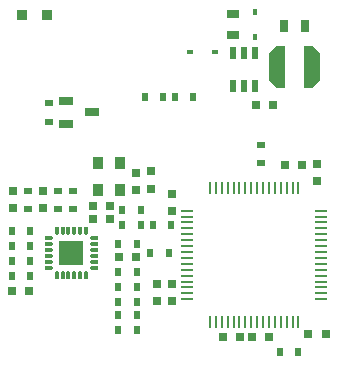
<source format=gbr>
G04 --- HEADER BEGIN --- *
G04 #@! TF.GenerationSoftware,LibrePCB,LibrePCB,1.0.1-unstable*
G04 #@! TF.CreationDate,2023-09-17T23:29:36*
G04 #@! TF.ProjectId,d0-reader,9220702f-a48e-4216-8865-87f6ea8ca353,v1*
G04 #@! TF.Part,Single*
G04 #@! TF.SameCoordinates*
G04 #@! TF.FileFunction,Paste,Bot*
G04 #@! TF.FilePolarity,Positive*
%FSLAX66Y66*%
%MOMM*%
G01*
G75*
G04 --- HEADER END --- *
G04 --- APERTURE LIST BEGIN --- *
%ADD10R,0.6X0.65*%
%ADD11R,0.69X0.64*%
%ADD12R,0.65X0.6*%
%ADD13R,0.64X0.69*%
%ADD14R,1.2X0.8*%
%AMOUTLINE15*4,1,6,-0.65,1.8,0.037868,1.8,0.65,1.187868,0.65,-1.187868,0.037868,-1.8,-0.65,-1.8,-0.65,1.8,180.0*%
%ADD15OUTLINE15*%
%AMOUTLINE16*4,1,6,-0.65,1.8,0.037868,1.8,0.65,1.187868,0.65,-1.187868,0.037868,-1.8,-0.65,-1.8,-0.65,1.8,0.0*%
%ADD16OUTLINE16*%
%ADD17R,0.96X0.96*%
%ADD18R,0.36X0.51*%
%AMROUNDEDRECT19*20,1,0.16,-0.45,0.0,0.45,0.0,0.0*20,1,0.1,-0.48,0.0,0.48,0.0,0.0*1,1,0.06,-0.45,0.05*1,1,0.06,0.45,0.05*1,1,0.06,0.45,-0.05*1,1,0.06,-0.45,-0.05*%
%ADD19ROUNDEDRECT19*%
%AMROUNDEDRECT20*20,1,0.16,-0.45,0.0,0.45,0.0,90.0*20,1,0.1,-0.48,0.0,0.48,0.0,90.0*1,1,0.06,-0.05,-0.45*1,1,0.06,-0.05,0.45*1,1,0.06,0.05,0.45*1,1,0.06,0.05,-0.45*%
%ADD20ROUNDEDRECT20*%
%ADD21R,0.88X1.08*%
%ADD22R,1.06X0.76*%
%ADD23R,0.51X0.36*%
%AMOUTLINE24*4,1,9,-0.275,-0.121244,-0.326244,-0.07,-0.345,0.0,-0.326244,0.07,-0.275,0.121244,-0.205,0.14,0.345,0.14,0.345,-0.14,-0.205,-0.14,-0.275,-0.121244,0.0*%
%ADD24OUTLINE24*%
%AMOUTLINE25*4,1,9,-0.275,-0.121244,-0.326244,-0.07,-0.345,0.0,-0.326244,0.07,-0.275,0.121244,-0.205,0.14,0.345,0.14,0.345,-0.14,-0.205,-0.14,-0.275,-0.121244,90.0*%
%ADD25OUTLINE25*%
%AMOUTLINE26*4,1,9,-0.275,-0.121244,-0.326244,-0.07,-0.345,0.0,-0.326244,0.07,-0.275,0.121244,-0.205,0.14,0.345,0.14,0.345,-0.14,-0.205,-0.14,-0.275,-0.121244,270.0*%
%ADD26OUTLINE26*%
%AMOUTLINE27*4,1,9,-0.275,-0.121244,-0.326244,-0.07,-0.345,0.0,-0.326244,0.07,-0.275,0.121244,-0.205,0.14,0.345,0.14,0.345,-0.14,-0.205,-0.14,-0.275,-0.121244,180.0*%
%ADD27OUTLINE27*%
%ADD28R,2.0X2.0*%
%ADD29R,0.48X0.98*%
%ADD30R,0.76X1.06*%
G04 --- APERTURE LIST END --- *
G04 --- BOARD BEGIN --- *
D10*
G04 #@! TO.C,R21*
X-2717500Y-15875000D03*
X-4267500Y-15875000D03*
D11*
G04 #@! TO.C,C14*
X-4990000Y-7778750D03*
X-6440000Y-7778750D03*
D12*
G04 #@! TO.C,R4*
X-11906250Y-5336875D03*
X-11906250Y-6886875D03*
D13*
G04 #@! TO.C,C8*
X-2778125Y-5328750D03*
X-2778125Y-3878750D03*
D14*
G04 #@! TO.C,Q1*
X-8720000Y2220000D03*
X-6520000Y1270000D03*
X-8720000Y320000D03*
D10*
G04 #@! TO.C,R20*
X-2717500Y-14763750D03*
X-4267500Y-14763750D03*
G04 #@! TO.C,R11*
X-4267500Y-17145000D03*
X-2717500Y-17145000D03*
D15*
G04 #@! TO.C,L3*
X9186250Y5080000D03*
D16*
X12086250Y5080000D03*
D11*
G04 #@! TO.C,C7*
X8503750Y-17780000D03*
X7053750Y-17780000D03*
G04 #@! TO.C,C17*
X-13266250Y-13811250D03*
X-11816250Y-13811250D03*
D13*
G04 #@! TO.C,C9*
X-1508125Y-5170000D03*
X-1508125Y-3720000D03*
D17*
G04 #@! TO.C,LED2*
X-10350000Y9525000D03*
X-12450000Y9525000D03*
D12*
G04 #@! TO.C,R10*
X7778750Y-2997500D03*
X7778750Y-1447500D03*
D10*
G04 #@! TO.C,R23*
X-2400000Y-6985000D03*
X-3950000Y-6985000D03*
D12*
G04 #@! TO.C,L1*
X-9366250Y-6886875D03*
X-9366250Y-5336875D03*
D18*
G04 #@! TO.C,D2*
X7302500Y7676250D03*
X7302500Y9786250D03*
D11*
G04 #@! TO.C,C2*
X6043125Y-17780000D03*
X4593125Y-17780000D03*
D19*
G04 #@! TO.C,U3*
X1573125Y-9545000D03*
D20*
X7973125Y-16445000D03*
D19*
X12873125Y-9045000D03*
X12873125Y-11045000D03*
X1573125Y-11045000D03*
X1573125Y-14045000D03*
D20*
X6973125Y-5145000D03*
X8973125Y-5145000D03*
X3473125Y-5145000D03*
X8973125Y-16445000D03*
D19*
X12873125Y-13545000D03*
X1573125Y-8045000D03*
X12873125Y-14545000D03*
X12873125Y-13045000D03*
D20*
X3473125Y-16445000D03*
D19*
X1573125Y-7545000D03*
X1573125Y-9045000D03*
D20*
X5973125Y-16445000D03*
D19*
X12873125Y-12045000D03*
X1573125Y-11545000D03*
X12873125Y-11545000D03*
X1573125Y-12545000D03*
X12873125Y-7045000D03*
D20*
X8473125Y-16445000D03*
X10473125Y-5145000D03*
X5473125Y-16445000D03*
X7473125Y-5145000D03*
D19*
X1573125Y-10545000D03*
D20*
X9973125Y-16445000D03*
D19*
X1573125Y-7045000D03*
D20*
X6473125Y-5145000D03*
D19*
X12873125Y-8045000D03*
X1573125Y-14545000D03*
D20*
X3973125Y-16445000D03*
X6973125Y-16445000D03*
X8473125Y-5145000D03*
X5473125Y-5145000D03*
D19*
X12873125Y-8545000D03*
D20*
X7973125Y-5145000D03*
D19*
X12873125Y-7545000D03*
X1573125Y-8545000D03*
X1573125Y-10045000D03*
D20*
X10473125Y-16445000D03*
X10973125Y-16445000D03*
X9473125Y-5145000D03*
X4473125Y-5145000D03*
X3973125Y-5145000D03*
X4473125Y-16445000D03*
X9473125Y-16445000D03*
D19*
X12873125Y-12545000D03*
D20*
X4973125Y-16445000D03*
X6473125Y-16445000D03*
D19*
X12873125Y-14045000D03*
D20*
X5973125Y-5145000D03*
D19*
X12873125Y-10545000D03*
D20*
X9973125Y-5145000D03*
D19*
X1573125Y-13545000D03*
X1573125Y-13045000D03*
X12873125Y-9545000D03*
X12873125Y-10045000D03*
X1573125Y-12045000D03*
D20*
X10973125Y-5145000D03*
X7473125Y-16445000D03*
X4973125Y-5145000D03*
D21*
G04 #@! TO.C,Y1*
X-4130000Y-5277500D03*
X-6030000Y-5277500D03*
X-6030000Y-2977500D03*
X-4130000Y-2977500D03*
D22*
G04 #@! TO.C,C15*
X5397500Y7856250D03*
X5397500Y9606250D03*
D13*
G04 #@! TO.C,C6*
X238125Y-14695000D03*
X238125Y-13245000D03*
D10*
G04 #@! TO.C,R15*
X-3950000Y-8255000D03*
X-2400000Y-8255000D03*
D13*
G04 #@! TO.C,C18*
X-10636250Y-5386875D03*
X-10636250Y-6836875D03*
D10*
G04 #@! TO.C,R1*
X-495000Y2540000D03*
X-2045000Y2540000D03*
G04 #@! TO.C,R2*
X495000Y2540000D03*
X2045000Y2540000D03*
G04 #@! TO.C,R9*
X9385000Y-19050000D03*
X10935000Y-19050000D03*
D13*
G04 #@! TO.C,C1*
X-1031875Y-14695000D03*
X-1031875Y-13245000D03*
D10*
G04 #@! TO.C,R24*
X-2717500Y-13493750D03*
X-4267500Y-13493750D03*
G04 #@! TO.C,R19*
X-1330625Y-8255000D03*
X219375Y-8255000D03*
D23*
G04 #@! TO.C,D1*
X3912500Y6350000D03*
X1802500Y6350000D03*
D12*
G04 #@! TO.C,R3*
X-10160000Y495000D03*
X-10160000Y2045000D03*
D11*
G04 #@! TO.C,C10*
X-4990000Y-6667500D03*
X-6440000Y-6667500D03*
G04 #@! TO.C,C4*
X9831875Y-3175000D03*
X11281875Y-3175000D03*
G04 #@! TO.C,C3*
X11816250Y-17462500D03*
X13266250Y-17462500D03*
D24*
G04 #@! TO.C,U1*
X-6372500Y-11886250D03*
D25*
X-9005000Y-8753750D03*
X-7005000Y-8753750D03*
D26*
X-9005000Y-12519250D03*
X-7005000Y-12519250D03*
D27*
X-10138000Y-11886250D03*
X-10138000Y-10386250D03*
D25*
X-7505000Y-8753750D03*
D27*
X-10138000Y-9386250D03*
D26*
X-9505000Y-12519250D03*
X-8505000Y-12519250D03*
D24*
X-6372500Y-10386250D03*
X-6372500Y-9386250D03*
D27*
X-10138000Y-11386250D03*
D26*
X-8005000Y-12519250D03*
D25*
X-9505000Y-8753750D03*
D27*
X-10138000Y-10886250D03*
D25*
X-8005000Y-8753750D03*
X-8505000Y-8753750D03*
D26*
X-7505000Y-12519250D03*
D27*
X-10138000Y-9886250D03*
D28*
X-8255000Y-10636250D03*
D24*
X-6372500Y-10886250D03*
X-6372500Y-9886250D03*
X-6372500Y-11386250D03*
D10*
G04 #@! TO.C,R6*
X-13316250Y-12541250D03*
X-11766250Y-12541250D03*
G04 #@! TO.C,R22*
X-4267500Y-9842500D03*
X-2717500Y-9842500D03*
G04 #@! TO.C,R14*
X-1568750Y-10636250D03*
X-18750Y-10636250D03*
D29*
G04 #@! TO.C,U2*
X6350000Y6321250D03*
X6350000Y3521250D03*
X7300000Y6321250D03*
X7300000Y3521250D03*
X5400000Y3521250D03*
X5400000Y6321250D03*
D13*
G04 #@! TO.C,C5*
X238125Y-7075000D03*
X238125Y-5625000D03*
G04 #@! TO.C,C19*
X-13176250Y-5386875D03*
X-13176250Y-6836875D03*
D12*
G04 #@! TO.C,R25*
X-8096250Y-5336875D03*
X-8096250Y-6886875D03*
D10*
G04 #@! TO.C,R8*
X-13316250Y-10001250D03*
X-11766250Y-10001250D03*
D11*
G04 #@! TO.C,C12*
X8821250Y1905000D03*
X7371250Y1905000D03*
G04 #@! TO.C,C13*
X-2767500Y-10953750D03*
X-4217500Y-10953750D03*
D10*
G04 #@! TO.C,R7*
X-13316250Y-8731250D03*
X-11766250Y-8731250D03*
D30*
G04 #@! TO.C,C27*
X11511250Y8572500D03*
X9761250Y8572500D03*
D10*
G04 #@! TO.C,R18*
X-4267500Y-12223750D03*
X-2717500Y-12223750D03*
G04 #@! TO.C,R5*
X-13316250Y-11271250D03*
X-11766250Y-11271250D03*
D13*
G04 #@! TO.C,C11*
X12541250Y-3085000D03*
X12541250Y-4535000D03*
G04 --- BOARD END --- *
G04 #@! TF.MD5,3aaf4db829b8224bc22204ef7aea6fcb*
M02*

</source>
